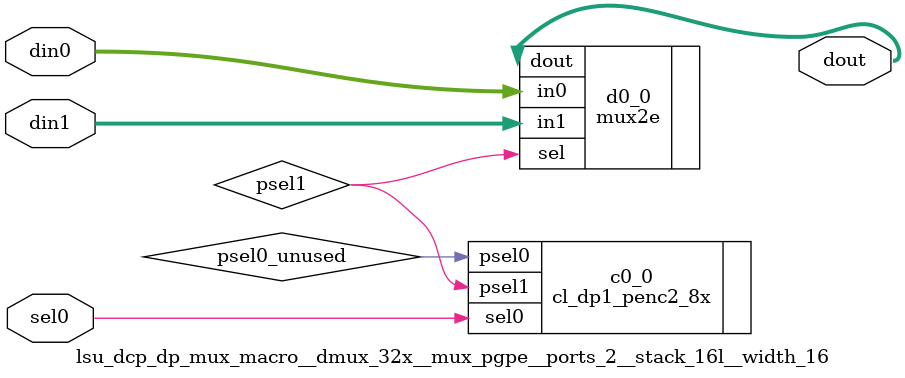
<source format=v>
module lsu_dcp_dp (
  lmd_fill_data_e, 
  dcc_parity_invert, 
  mbi_run, 
  mbi_wdata, 
  dcp_fill_data_e, 
  dcp_parity);
wire [15:0] parity;
wire [15:0] parity_e;


input	[127:0]	lmd_fill_data_e;
input	[7:0]	dcc_parity_invert;

input		mbi_run;
input	[7:0]	mbi_wdata;

output	[127:0]	dcp_fill_data_e;
output	[15:0]	dcp_parity;

// Mux in BIST data

lsu_dcp_dp_mux_macro__dmux_32x__mux_pgpe__ports_2__width_64 bist_dmux0     (
	.din0	({8{mbi_wdata[7:0]}}),
	.din1	(lmd_fill_data_e[127:64]),
	.sel0	(mbi_run),
	.dout	(dcp_fill_data_e[127:64])
);

lsu_dcp_dp_mux_macro__dmux_32x__mux_pgpe__ports_2__width_64 bist_dmux1     (
	.din0	({8{mbi_wdata[7:0]}}),
	.din1	(lmd_fill_data_e[63:0]),
	.sel0	(mbi_run),
	.dout	(dcp_fill_data_e[63:0])
);

////////////////////////////////////////////////////////////////////////////////
// Parity generation
////////////////////////////////////////////////////////////////////////////////

lsu_dcp_dp_prty_macro__width_8 prty_b00  (
	.din	(lmd_fill_data_e[7:0]),
	.dout	(parity[0])
);
lsu_dcp_dp_prty_macro__width_8 prty_b01  (
	.din	(lmd_fill_data_e[15:8]),
	.dout	(parity[1])
);
lsu_dcp_dp_prty_macro__width_8 prty_b02  (
	.din	(lmd_fill_data_e[23:16]),
	.dout	(parity[2])
);
lsu_dcp_dp_prty_macro__width_8 prty_b03  (
	.din	(lmd_fill_data_e[31:24]),
	.dout	(parity[3])
);
lsu_dcp_dp_prty_macro__width_8 prty_b04  (
	.din	(lmd_fill_data_e[39:32]),
	.dout	(parity[4])
);
lsu_dcp_dp_prty_macro__width_8 prty_b05  (
	.din	(lmd_fill_data_e[47:40]),
	.dout	(parity[5])
);
lsu_dcp_dp_prty_macro__width_8 prty_b06  (
	.din	(lmd_fill_data_e[55:48]),
	.dout	(parity[6])
);
lsu_dcp_dp_prty_macro__width_8 prty_b07  (
	.din	(lmd_fill_data_e[63:56]),
	.dout	(parity[7])
);
lsu_dcp_dp_prty_macro__width_8 prty_b08  (
	.din	(lmd_fill_data_e[71:64]),
	.dout	(parity[8])
);
lsu_dcp_dp_prty_macro__width_8 prty_b09  (
	.din	(lmd_fill_data_e[79:72]),
	.dout	(parity[9])
);
lsu_dcp_dp_prty_macro__width_8 prty_b10  (
	.din	(lmd_fill_data_e[87:80]),
	.dout	(parity[10])
);
lsu_dcp_dp_prty_macro__width_8 prty_b11  (
	.din	(lmd_fill_data_e[95:88]),
	.dout	(parity[11])
);
lsu_dcp_dp_prty_macro__width_8 prty_b12  (
	.din	(lmd_fill_data_e[103:96]),
	.dout	(parity[12])
);
lsu_dcp_dp_prty_macro__width_8 prty_b13  (
	.din	(lmd_fill_data_e[111:104]),
	.dout	(parity[13])
);
lsu_dcp_dp_prty_macro__width_8 prty_b14  (
	.din	(lmd_fill_data_e[119:112]),
	.dout	(parity[14])
);
lsu_dcp_dp_prty_macro__width_8 prty_b15  (
	.din	(lmd_fill_data_e[127:120]),
	.dout	(parity[15])
);

////////////////////////////////////////////////////////////////////////////////
// Error injection
////////////////////////////////////////////////////////////////////////////////

lsu_dcp_dp_xor_macro__stack_16l__width_16 error_inj   (
	.din0	(parity[15:0]),
	.din1	({dcc_parity_invert[7:0],dcc_parity_invert[7:0]}),
	.dout	(parity_e[15:0])
);

////////////////////////////////////////////////////////////////////////////////
// Mux in BIST data
// NOTE: If timing is too tight, this mux could be removed.  It would mean that
// the bist engine doesn't have direct control over the parity bits.
////////////////////////////////////////////////////////////////////////////////

lsu_dcp_dp_mux_macro__dmux_32x__mux_pgpe__ports_2__stack_16l__width_16 bist_pmux      (
	.din0	({2{mbi_wdata[7:0]}}),
	.din1	(parity_e[15:0]),
	.sel0	(mbi_run),
	.dout	(dcp_parity[15:0])
);

endmodule


// general mux macro for pass-gate and and-or muxes with/wout priority encoders
// also for pass-gate with decoder





// any PARAMS parms go into naming of macro

module lsu_dcp_dp_mux_macro__dmux_32x__mux_pgpe__ports_2__width_64 (
  din0, 
  din1, 
  sel0, 
  dout);
wire psel0_unused;
wire psel1;

  input [63:0] din0;
  input [63:0] din1;
  input sel0;
  output [63:0] dout;





cl_dp1_penc2_8x  c0_0 (
 .sel0(sel0),
 .psel0(psel0_unused),
 .psel1(psel1)
);

mux2e /*#(64)*/  d0_0 (
  .sel(psel1),
  .in0(din0[63:0]),
  .in1(din1[63:0]),
.dout(dout[63:0])
);









  



endmodule


//
//   parity macro (even parity)
//
//





module lsu_dcp_dp_prty_macro__width_8 (
  din, 
  dout);
  input [7:0] din;
  output dout;







prty /*#(8)*/  m0_0 (
.in(din[7:0]),
.out(dout)
);










endmodule





//
//   xor macro for ports = 2,3
//
//





module lsu_dcp_dp_xor_macro__stack_16l__width_16 (
  din0, 
  din1, 
  dout);
  input [15:0] din0;
  input [15:0] din1;
  output [15:0] dout;





xor2 /*#(16)*/  d0_0 (
.in0(din0[15:0]),
.in1(din1[15:0]),
.out(dout[15:0])
);








endmodule





// general mux macro for pass-gate and and-or muxes with/wout priority encoders
// also for pass-gate with decoder





// any PARAMS parms go into naming of macro

module lsu_dcp_dp_mux_macro__dmux_32x__mux_pgpe__ports_2__stack_16l__width_16 (
  din0, 
  din1, 
  sel0, 
  dout);
wire psel0_unused;
wire psel1;

  input [15:0] din0;
  input [15:0] din1;
  input sel0;
  output [15:0] dout;





cl_dp1_penc2_8x  c0_0 (
 .sel0(sel0),
 .psel0(psel0_unused),
 .psel1(psel1)
);

mux2e /*#(16)*/  d0_0 (
  .sel(psel1),
  .in0(din0[15:0]),
  .in1(din1[15:0]),
.dout(dout[15:0])
);









  



endmodule


</source>
